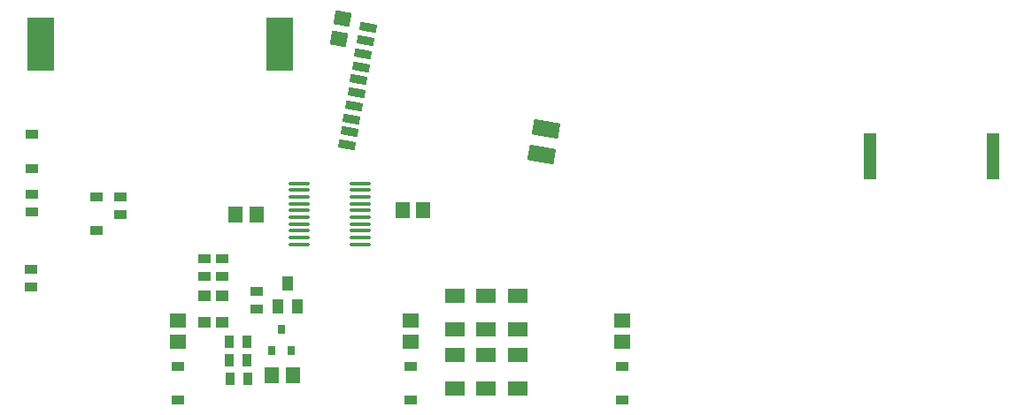
<source format=gtp>
G04*
G04 #@! TF.GenerationSoftware,Altium Limited,Altium Designer,19.0.15 (446)*
G04*
G04 Layer_Color=8421504*
%FSLAX25Y25*%
%MOIN*%
G70*
G01*
G75*
%ADD17R,0.03347X0.05118*%
%ADD18R,0.03150X0.03543*%
%ADD19R,0.05118X0.03347*%
%ADD20R,0.06102X0.05315*%
%ADD21R,0.03937X0.05512*%
%ADD22R,0.05315X0.06102*%
%ADD23R,0.04803X0.03602*%
%ADD24R,0.07480X0.05315*%
%ADD25R,0.04921X0.04331*%
G04:AMPARAMS|DCode=26|XSize=62.99mil|YSize=31.5mil|CornerRadius=0mil|HoleSize=0mil|Usage=FLASHONLY|Rotation=350.000|XOffset=0mil|YOffset=0mil|HoleType=Round|Shape=Rectangle|*
%AMROTATEDRECTD26*
4,1,4,-0.03375,-0.01004,-0.02828,0.02098,0.03375,0.01004,0.02828,-0.02098,-0.03375,-0.01004,0.0*
%
%ADD26ROTATEDRECTD26*%

G04:AMPARAMS|DCode=27|XSize=100mil|YSize=59.06mil|CornerRadius=0mil|HoleSize=0mil|Usage=FLASHONLY|Rotation=350.000|XOffset=0mil|YOffset=0mil|HoleType=Round|Shape=Rectangle|*
%AMROTATEDRECTD27*
4,1,4,-0.05437,-0.02040,-0.04411,0.03776,0.05437,0.02040,0.04411,-0.03776,-0.05437,-0.02040,0.0*
%
%ADD27ROTATEDRECTD27*%

%ADD28R,0.05118X0.17717*%
%ADD29O,0.08268X0.01378*%
G04:AMPARAMS|DCode=30|XSize=61.02mil|YSize=53.15mil|CornerRadius=0mil|HoleSize=0mil|Usage=FLASHONLY|Rotation=350.000|XOffset=0mil|YOffset=0mil|HoleType=Round|Shape=Rectangle|*
%AMROTATEDRECTD30*
4,1,4,-0.03466,-0.02087,-0.02543,0.03147,0.03466,0.02087,0.02543,-0.03147,-0.03466,-0.02087,0.0*
%
%ADD30ROTATEDRECTD30*%

%ADD31R,0.09843X0.20079*%
D17*
X86417Y19718D02*
D03*
X93110D02*
D03*
X93307Y5512D02*
D03*
X86614D02*
D03*
X86417Y12615D02*
D03*
X93110D02*
D03*
D18*
X102165Y16355D02*
D03*
X109646D02*
D03*
X105905Y24229D02*
D03*
D19*
X96457Y38780D02*
D03*
Y32087D02*
D03*
X11693Y40354D02*
D03*
Y47047D02*
D03*
X11811Y75197D02*
D03*
Y68504D02*
D03*
X45276Y67520D02*
D03*
Y74213D02*
D03*
X83745Y50984D02*
D03*
Y44291D02*
D03*
X76855D02*
D03*
Y50984D02*
D03*
D20*
X234252Y27559D02*
D03*
Y19685D02*
D03*
X154774Y27559D02*
D03*
Y19685D02*
D03*
X66929Y27559D02*
D03*
Y19685D02*
D03*
D21*
X104528Y33071D02*
D03*
X112008D02*
D03*
X108268Y41732D02*
D03*
D22*
X110236Y7087D02*
D03*
X102362D02*
D03*
X159449Y69193D02*
D03*
X151575D02*
D03*
X88583Y67520D02*
D03*
X96457D02*
D03*
D23*
X66929Y10384D02*
D03*
Y-2510D02*
D03*
X154774Y10384D02*
D03*
Y-2510D02*
D03*
X234252Y10384D02*
D03*
Y-2510D02*
D03*
X11811Y97894D02*
D03*
Y85000D02*
D03*
X36417Y61466D02*
D03*
Y74360D02*
D03*
D24*
X171260Y1969D02*
D03*
Y14567D02*
D03*
Y24252D02*
D03*
Y36850D02*
D03*
X194882Y24252D02*
D03*
Y36850D02*
D03*
X183071Y24252D02*
D03*
Y36850D02*
D03*
X194882Y1969D02*
D03*
Y14567D02*
D03*
X183071Y1969D02*
D03*
Y14567D02*
D03*
D25*
X83745Y36811D02*
D03*
Y26969D02*
D03*
X76855Y36811D02*
D03*
Y26969D02*
D03*
D26*
X138502Y138212D02*
D03*
X137634Y133288D02*
D03*
X136766Y128364D02*
D03*
X135897Y123440D02*
D03*
X135029Y118516D02*
D03*
X134161Y113592D02*
D03*
X133293Y108667D02*
D03*
X132424Y103743D02*
D03*
X131556Y98819D02*
D03*
X130688Y93895D02*
D03*
D27*
X203801Y90238D02*
D03*
X205504Y99892D02*
D03*
D28*
X327756Y89686D02*
D03*
X373819D02*
D03*
D29*
X112638Y79429D02*
D03*
Y76870D02*
D03*
Y74311D02*
D03*
Y71752D02*
D03*
Y69193D02*
D03*
Y66634D02*
D03*
Y64075D02*
D03*
Y61516D02*
D03*
Y58957D02*
D03*
Y56398D02*
D03*
X135472Y79429D02*
D03*
Y76870D02*
D03*
Y74311D02*
D03*
Y71752D02*
D03*
Y69193D02*
D03*
Y66634D02*
D03*
Y64075D02*
D03*
Y61516D02*
D03*
Y58957D02*
D03*
Y56398D02*
D03*
D30*
X129098Y141673D02*
D03*
X127730Y133918D02*
D03*
D31*
X15299Y131890D02*
D03*
X105299D02*
D03*
M02*

</source>
